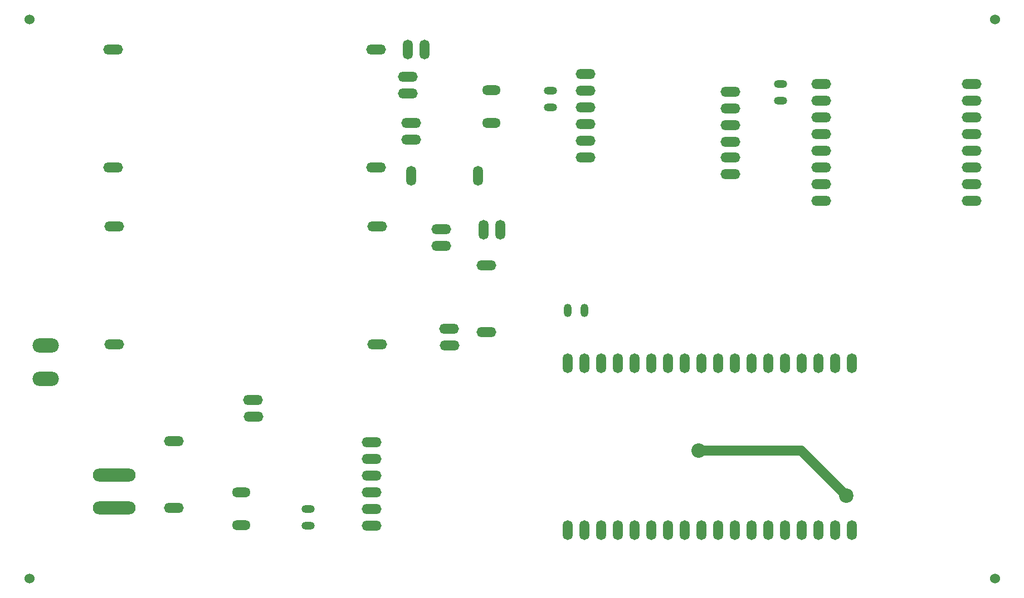
<source format=gtl>
G04*
G04 #@! TF.GenerationSoftware,Altium Limited,Altium Designer,19.0.10 (269)*
G04*
G04 Layer_Physical_Order=1*
G04 Layer_Color=255*
%FSLAX25Y25*%
%MOIN*%
G70*
G01*
G75*
%ADD29C,0.05906*%
%ADD30C,0.06000*%
%ADD31O,0.05906X0.11811*%
%ADD32O,0.11811X0.05906*%
%ADD33O,0.15748X0.08661*%
%ADD34O,0.04724X0.07874*%
%ADD35O,0.11024X0.05906*%
%ADD36O,0.07874X0.04724*%
%ADD37O,0.25591X0.07874*%
%ADD38O,0.11811X0.05906*%
%ADD39C,0.08661*%
D29*
X481500Y96500D02*
X508500Y69500D01*
X420000Y96500D02*
X481500D01*
D30*
X597315Y354870D02*
D03*
Y19685D02*
D03*
X19685D02*
D03*
Y354685D02*
D03*
D31*
X248000Y261000D02*
D03*
X288000D02*
D03*
X341917Y48842D02*
D03*
X351917D02*
D03*
X361917D02*
D03*
X371917D02*
D03*
X381917D02*
D03*
X391917D02*
D03*
X401917D02*
D03*
X411917D02*
D03*
X421917D02*
D03*
X431917D02*
D03*
X441917D02*
D03*
X451917D02*
D03*
X461917D02*
D03*
X471917D02*
D03*
X481917D02*
D03*
X341917Y148843D02*
D03*
X351917D02*
D03*
X361917D02*
D03*
X371917D02*
D03*
X381917D02*
D03*
X391917D02*
D03*
X401917D02*
D03*
X411917D02*
D03*
X421917D02*
D03*
X431917D02*
D03*
X441917D02*
D03*
X451917D02*
D03*
X461917D02*
D03*
X471917D02*
D03*
X481917D02*
D03*
X511917Y48842D02*
D03*
X501917D02*
D03*
X491917D02*
D03*
X511917Y148843D02*
D03*
X501917D02*
D03*
X491917D02*
D03*
X301500Y228933D02*
D03*
X291500D02*
D03*
X256000Y336966D02*
D03*
X246000D02*
D03*
D32*
X248100Y282900D02*
D03*
X248000Y292900D02*
D03*
X246000Y320500D02*
D03*
Y310500D02*
D03*
X266000Y229000D02*
D03*
Y219000D02*
D03*
X293000Y167500D02*
D03*
Y207500D02*
D03*
X270900Y169600D02*
D03*
X271000Y159600D02*
D03*
X153600Y116900D02*
D03*
X153500Y126900D02*
D03*
X70260Y230933D02*
D03*
X227740D02*
D03*
X70260Y160067D02*
D03*
X227740D02*
D03*
X106000Y62000D02*
D03*
Y102000D02*
D03*
X227240Y266067D02*
D03*
X69760D02*
D03*
X227240Y336933D02*
D03*
X69760D02*
D03*
X352500Y272000D02*
D03*
Y282000D02*
D03*
Y292000D02*
D03*
Y302000D02*
D03*
Y312000D02*
D03*
Y322000D02*
D03*
X438996Y311528D02*
D03*
Y301528D02*
D03*
Y291528D02*
D03*
Y281528D02*
D03*
Y272000D02*
D03*
Y262000D02*
D03*
X493500Y246000D02*
D03*
Y256000D02*
D03*
Y266000D02*
D03*
Y276000D02*
D03*
Y286000D02*
D03*
Y296000D02*
D03*
Y306000D02*
D03*
Y316000D02*
D03*
X583500D02*
D03*
Y306000D02*
D03*
Y296000D02*
D03*
Y286000D02*
D03*
Y276000D02*
D03*
Y266000D02*
D03*
Y256000D02*
D03*
Y246000D02*
D03*
D33*
X29500Y139500D02*
D03*
Y159500D02*
D03*
D34*
X351917Y180500D02*
D03*
X341917D02*
D03*
D35*
X296000Y292657D02*
D03*
Y312343D02*
D03*
X146500Y51657D02*
D03*
Y71342D02*
D03*
D36*
X331500Y302000D02*
D03*
Y312000D02*
D03*
X469000Y306000D02*
D03*
Y316000D02*
D03*
X186500Y51500D02*
D03*
Y61500D02*
D03*
D37*
X70500Y81685D02*
D03*
Y62000D02*
D03*
D38*
X224500Y101500D02*
D03*
Y91500D02*
D03*
Y81500D02*
D03*
Y71500D02*
D03*
Y61500D02*
D03*
Y51500D02*
D03*
D39*
X420000Y96500D02*
D03*
X508500Y69500D02*
D03*
M02*

</source>
